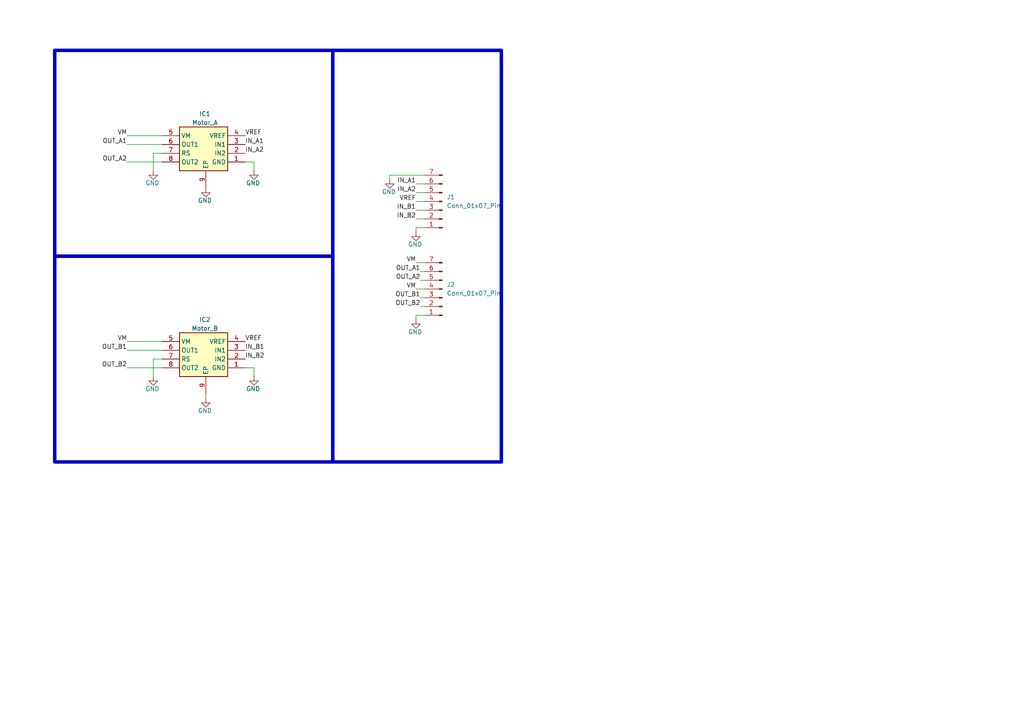
<source format=kicad_sch>
(kicad_sch (version 20231120) (generator "eeschema") (generator_version "8.0")
  (paper "A4")
  (lib_symbols
    (symbol "Connector:Conn_01x07_Pin" (pin_names (offset 1.016) hide)
      (property "Reference" "J" (at 0 10.16 0))
      (property "Value" "Conn_01x07_Pin" (at 0 -10.16 0))
      (symbol "Conn_01x07_Pin_1_1"
        (polyline (pts (xy 1.27 -7.62) (xy 0.8636 -7.62)) (stroke (width 0.1524)))
        (polyline (pts (xy 1.27 -5.08) (xy 0.8636 -5.08)) (stroke (width 0.1524)))
        (polyline (pts (xy 1.27 -2.54) (xy 0.8636 -2.54)) (stroke (width 0.1524)))
        (polyline (pts (xy 1.27 0) (xy 0.8636 0)) (stroke (width 0.1524)))
        (polyline (pts (xy 1.27 2.54) (xy 0.8636 2.54)) (stroke (width 0.1524)))
        (polyline (pts (xy 1.27 5.08) (xy 0.8636 5.08)) (stroke (width 0.1524)))
        (polyline (pts (xy 1.27 7.62) (xy 0.8636 7.62)) (stroke (width 0.1524)))
        (rectangle (start 0.8636 -7.493) (end 0 -7.747) (stroke (width 0.1524)) (fill (type outline)))
        (rectangle (start 0.8636 -4.953) (end 0 -5.207) (stroke (width 0.1524)) (fill (type outline)))
        (rectangle (start 0.8636 -2.413) (end 0 -2.667) (stroke (width 0.1524)) (fill (type outline)))
        (rectangle (start 0.8636 0.127) (end 0 -0.127) (stroke (width 0.1524)) (fill (type outline)))
        (rectangle (start 0.8636 2.667) (end 0 2.413) (stroke (width 0.1524)) (fill (type outline)))
        (rectangle (start 0.8636 5.207) (end 0 4.953) (stroke (width 0.1524)) (fill (type outline)))
        (rectangle (start 0.8636 7.747) (end 0 7.493) (stroke (width 0.1524)) (fill (type outline)))
        (pin passive line (at 5.08 7.62 180) (length 3.81) (name "Pin_1") (number "1"))
        (pin passive line (at 5.08 5.08 180) (length 3.81) (name "Pin_2") (number "2"))
        (pin passive line (at 5.08 2.54 180) (length 3.81) (name "Pin_3") (number "3"))
        (pin passive line (at 5.08 0 180) (length 3.81) (name "Pin_4") (number "4"))
        (pin passive line (at 5.08 -2.54 180) (length 3.81) (name "Pin_5") (number "5"))
        (pin passive line (at 5.08 -5.08 180) (length 3.81) (name "Pin_6") (number "6"))
        (pin passive line (at 5.08 -7.62 180) (length 3.81) (name "Pin_7") (number "7"))
      )
    )
    (symbol "TB67H450FNG_EL:TB67H450FNG,EL"
      (property "Reference" "IC" (at 26.67 7.62 0))
      (property "Value" "TB67H450FNG,EL" (at 26.67 5.08 0))
      (symbol "TB67H450FNG,EL_1_1"
        (rectangle (start 5.08 2.54) (end 19.05 -10.16) (stroke (width 0.254)) (fill (type background)))
        (pin passive line (at 0 0 0) (length 5.08) (name "GND") (number "1"))
        (pin passive line (at 0 -2.54 0) (length 5.08) (name "IN2") (number "2"))
        (pin passive line (at 0 -5.08 0) (length 5.08) (name "IN1") (number "3"))
        (pin passive line (at 0 -7.62 0) (length 5.08) (name "VREF") (number "4"))
        (pin passive line (at 24.13 -7.62 180) (length 5.08) (name "VM") (number "5"))
        (pin passive line (at 24.13 -5.08 180) (length 5.08) (name "OUT1") (number "6"))
        (pin passive line (at 24.13 -2.54 180) (length 5.08) (name "RS") (number "7"))
        (pin passive line (at 24.13 0 180) (length 5.08) (name "OUT2") (number "8"))
        (pin passive line (at 11.43 7.62 270) (length 5.08) (name "EP") (number "9"))
      )
    )
    (symbol "power:GND" (power) (pin_numbers hide) (pin_names (offset 0) hide)
      (property "Value" "GND" (at 0 -3.81 0))
      (symbol "GND_0_1"
        (polyline (pts (xy 0 0) (xy 0 -1.27) (xy 1.27 -1.27) (xy 0 -2.54) (xy -1.27 -1.27) (xy 0 -1.27)))
      )
      (symbol "GND_1_1"
        (pin power_in line (at 0 0 270) (length 0) (name "~") (number "1"))
      )
    )
  )
  (wire (pts (xy 44.45 44.45) (xy 44.45 49.53)))
  (wire (pts (xy 73.66 106.68) (xy 71.12 106.68)))
  (wire (pts (xy 36.83 99.06) (xy 46.99 99.06)))
  (wire (pts (xy 120.65 66.04) (xy 120.65 67.31)))
  (wire (pts (xy 121.92 88.9) (xy 123.19 88.9)))
  (wire (pts (xy 120.65 55.88) (xy 123.19 55.88)))
  (wire (pts (xy 120.65 83.82) (xy 123.19 83.82)))
  (wire (pts (xy 44.45 104.14) (xy 44.45 109.22)))
  (wire (pts (xy 120.65 76.2) (xy 123.19 76.2)))
  (wire (pts (xy 120.65 60.96) (xy 123.19 60.96)))
  (wire (pts (xy 121.92 81.28) (xy 123.19 81.28)))
  (wire (pts (xy 46.99 104.14) (xy 44.45 104.14)))
  (wire (pts (xy 36.83 106.68) (xy 46.99 106.68)))
  (wire (pts (xy 120.65 91.44) (xy 120.65 92.71)))
  (wire (pts (xy 120.65 63.5) (xy 123.19 63.5)))
  (wire (pts (xy 113.03 50.8) (xy 113.03 52.07)))
  (wire (pts (xy 121.92 78.74) (xy 123.19 78.74)))
  (wire (pts (xy 73.66 49.53) (xy 73.66 46.99)))
  (wire (pts (xy 120.65 58.42) (xy 123.19 58.42)))
  (wire (pts (xy 121.92 86.36) (xy 123.19 86.36)))
  (wire (pts (xy 36.83 46.99) (xy 46.99 46.99)))
  (wire (pts (xy 113.03 50.8) (xy 123.19 50.8)))
  (wire (pts (xy 59.69 114.3) (xy 59.69 115.57)))
  (wire (pts (xy 73.66 46.99) (xy 71.12 46.99)))
  (wire (pts (xy 36.83 41.91) (xy 46.99 41.91)))
  (wire (pts (xy 46.99 44.45) (xy 44.45 44.45)))
  (wire (pts (xy 123.19 91.44) (xy 120.65 91.44)))
  (wire (pts (xy 36.83 39.37) (xy 46.99 39.37)))
  (wire (pts (xy 36.83 101.6) (xy 46.99 101.6)))
  (wire (pts (xy 123.19 66.04) (xy 120.65 66.04)))
  (wire (pts (xy 120.65 53.34) (xy 123.19 53.34)))
  (wire (pts (xy 73.66 109.22) (xy 73.66 106.68)))
  (rectangle (start 15.875 74.295) (end 96.52 133.985) (stroke (width 1)))
  (rectangle (start 96.52 14.605) (end 145.415 133.985) (stroke (width 1)))
  (rectangle (start 15.875 14.605) (end 96.52 74.295) (stroke (width 1)))
  (label "OUT_B2" (at 36.83 106.68 180))
  (label "VM" (at 36.83 99.06 180))
  (label "IN_B1" (at 71.12 101.6 0))
  (label "OUT_A2" (at 36.83 46.99 180))
  (label "OUT_B2" (at 121.92 88.9 180))
  (label "IN_B2" (at 71.12 104.14 0))
  (label "OUT_A2" (at 121.92 81.28 180))
  (label "OUT_B1" (at 36.83 101.6 180))
  (label "VREF" (at 71.12 99.06 0))
  (label "OUT_A1" (at 36.83 41.91 180))
  (label "OUT_B1" (at 121.92 86.36 180))
  (label "IN_A1" (at 71.12 41.91 0))
  (label "VM" (at 120.65 83.82 180))
  (label "OUT_A1" (at 121.92 78.74 180))
  (label "IN_A2" (at 71.12 44.45 0))
  (label "VM" (at 36.83 39.37 180))
  (label "IN_A1" (at 120.65 53.34 180))
  (label "VREF" (at 71.12 39.37 0))
  (label "VM" (at 120.65 76.2 180))
  (label "VREF" (at 120.65 58.42 180))
  (label "IN_B1" (at 120.65 60.96 180))
  (label "IN_B2" (at 120.65 63.5 180))
  (label "IN_A2" (at 120.65 55.88 180))
  (symbol (lib_id "power:GND") (at 113.03 52.07 0) (unit 1)
    (property "Reference" "#PWR02" (effects (hide yes)))
    (property "Value" "GND" (at 112.776 55.626 0))
    (property "Description" "Power symbol creates a global label with name \"GND\" , ground" (effects (hide yes)))
  )
  (symbol (lib_id "power:GND") (at 59.69 54.61 0) (unit 1)
    (property "Reference" "#PWR05" (effects (hide yes)))
    (property "Value" "GND" (at 59.436 58.166 0))
    (property "Description" "Power symbol creates a global label with name \"GND\" , ground" (effects (hide yes)))
  )
  (symbol (lib_id "power:GND") (at 59.69 115.57 0) (unit 1)
    (property "Reference" "#PWR06" (effects (hide yes)))
    (property "Value" "GND" (at 59.436 119.126 0))
    (property "Description" "Power symbol creates a global label with name \"GND\" , ground" (effects (hide yes)))
  )
  (symbol (lib_id "TB67H450FNG_EL:TB67H450FNG,EL") (at 71.12 46.99 180) (unit 1)
    (property "Reference" "IC1" (at 59.436 33.02 0))
    (property "Value" "Motor_A" (at 59.436 35.56 0))
    (property "Footprint" "TB67H450FNG_EL:TB67H450FNG_EL" (effects (hide yes)))
    (property "Datasheet" "http://toshiba.semicon-storage.com/info/docget.jsp?did=65346&prodName=TB67H450FNG" (effects (hide yes)))
    (property "Description" "Motor / Motion / Ignition Controllers & Drivers Brushed Motor Driver IC, 50V, 3.5A, TSSOP8 Package, PB-FREE" (effects (hide yes)))
    (property "Height" "1.75" (effects (hide yes)))
    (property "Mouser Part Number" "757-TB67H450FNGEL" (effects (hide yes)))
    (property "Mouser Price/Stock" "https://www.mouser.co.uk/ProductDetail/Toshiba/TB67H450FNGEL?qs=h6V4JsTaLXeReNg2bp0jug%3D%3D" (effects (hide yes)))
    (property "Manufacturer_Name" "Toshiba" (effects (hide yes)))
    (property "Manufacturer_Part_Number" "TB67H450FNG,EL" (effects (hide yes)))
  )
  (symbol (lib_id "power:GND") (at 73.66 49.53 0) (unit 1)
    (property "Reference" "#PWR07" (effects (hide yes)))
    (property "Value" "GND" (at 73.406 53.086 0))
    (property "Description" "Power symbol creates a global label with name \"GND\" , ground" (effects (hide yes)))
  )
  (symbol (lib_id "Connector:Conn_01x07_Pin") (at 128.27 83.82 180) (unit 1)
    (property "Reference" "J2" (at 129.54 82.5499 0) (effects (justify right)))
    (property "Value" "Conn_01x07_Pin" (at 129.54 85.0899 0) (effects (justify right)))
    (property "Footprint" "Connector_PinHeader_2.54mm:PinHeader_1x07_P2.54mm_Vertical" (effects (hide yes)))
    (property "Description" "Generic connector, single row, 01x07, script generated" (effects (hide yes)))
  )
  (symbol (lib_id "power:GND") (at 120.65 67.31 0) (unit 1)
    (property "Reference" "#PWR09" (effects (hide yes)))
    (property "Value" "GND" (at 120.396 70.866 0))
    (property "Description" "Power symbol creates a global label with name \"GND\" , ground" (effects (hide yes)))
  )
  (symbol (lib_id "power:GND") (at 44.45 49.53 0) (unit 1)
    (property "Reference" "#PWR03" (effects (hide yes)))
    (property "Value" "GND" (at 44.196 53.086 0))
    (property "Description" "Power symbol creates a global label with name \"GND\" , ground" (effects (hide yes)))
  )
  (symbol (lib_id "power:GND") (at 120.65 92.71 0) (unit 1)
    (property "Reference" "#PWR01" (effects (hide yes)))
    (property "Value" "GND" (at 120.396 96.266 0))
    (property "Description" "Power symbol creates a global label with name \"GND\" , ground" (effects (hide yes)))
  )
  (symbol (lib_id "power:GND") (at 44.45 109.22 0) (unit 1)
    (property "Reference" "#PWR04" (effects (hide yes)))
    (property "Value" "GND" (at 44.196 112.776 0))
    (property "Description" "Power symbol creates a global label with name \"GND\" , ground" (effects (hide yes)))
  )
  (symbol (lib_id "power:GND") (at 73.66 109.22 0) (unit 1)
    (property "Reference" "#PWR08" (effects (hide yes)))
    (property "Value" "GND" (at 73.406 112.776 0))
    (property "Description" "Power symbol creates a global label with name \"GND\" , ground" (effects (hide yes)))
  )
  (symbol (lib_id "TB67H450FNG_EL:TB67H450FNG,EL") (at 71.12 106.68 180) (unit 1)
    (property "Reference" "IC2" (at 59.436 92.71 0))
    (property "Value" "Motor_B" (at 59.436 95.25 0))
    (property "Footprint" "TB67H450FNG_EL:TB67H450FNG_EL" (effects (hide yes)))
    (property "Datasheet" "http://toshiba.semicon-storage.com/info/docget.jsp?did=65346&prodName=TB67H450FNG" (effects (hide yes)))
    (property "Description" "Motor / Motion / Ignition Controllers & Drivers Brushed Motor Driver IC, 50V, 3.5A, TSSOP8 Package, PB-FREE" (effects (hide yes)))
    (property "Height" "1.75" (effects (hide yes)))
    (property "Mouser Part Number" "757-TB67H450FNGEL" (effects (hide yes)))
    (property "Mouser Price/Stock" "https://www.mouser.co.uk/ProductDetail/Toshiba/TB67H450FNGEL?qs=h6V4JsTaLXeReNg2bp0jug%3D%3D" (effects (hide yes)))
    (property "Manufacturer_Name" "Toshiba" (effects (hide yes)))
    (property "Manufacturer_Part_Number" "TB67H450FNG,EL" (effects (hide yes)))
  )
  (symbol (lib_id "Connector:Conn_01x07_Pin") (at 128.27 58.42 180) (unit 1)
    (property "Reference" "J1" (at 129.54 57.1499 0) (effects (justify right)))
    (property "Value" "Conn_01x07_Pin" (at 129.54 59.6899 0) (effects (justify right)))
    (property "Footprint" "Connector_PinHeader_2.54mm:PinHeader_1x07_P2.54mm_Vertical" (effects (hide yes)))
    (property "Description" "Generic connector, single row, 01x07, script generated" (effects (hide yes)))
  )
)
</source>
